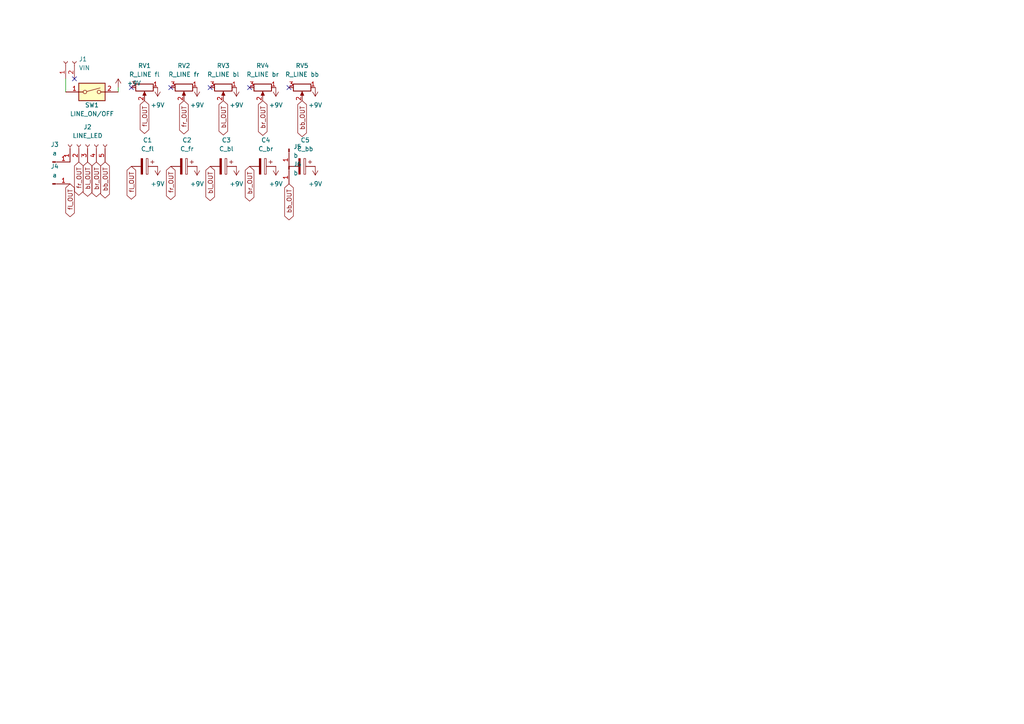
<source format=kicad_sch>
(kicad_sch (version 20211123) (generator eeschema)
  (paper "A4")
  (lib_symbols
    (symbol "Connector:Conn_01x01_Male" (pin_names (offset 1.016) hide)
      (property "Reference" "J" (at 0 2.54 0))
      (property "Value" "Conn_01x01_Male" (at 0 -2.54 0))
      (symbol "Conn_01x01_Male_1_1"
        (polyline (pts (xy 1.27 0) (xy 0.8636 0)) (stroke (width 0.1524)))
        (rectangle (start 0.8636 0.127) (end 0 -0.127) (stroke (width 0.1524)) (fill (type outline)))
        (pin passive line (at 5.08 0 180) (length 3.81) (name "Pin_1") (number "1"))
      )
    )
    (symbol "Connector:Conn_01x02_Female" (pin_names (offset 1.016) hide)
      (property "Reference" "J" (at 0 2.54 0))
      (property "Value" "Conn_01x02_Female" (at 0 -5.08 0))
      (symbol "Conn_01x02_Female_1_1"
        (arc (start 0 -2.032) (mid -0.508 -2.54) (end 0 -3.048) (stroke (width 0.1524)))
        (polyline (pts (xy -1.27 -2.54) (xy -0.508 -2.54)) (stroke (width 0.1524)))
        (polyline (pts (xy -1.27 0) (xy -0.508 0)) (stroke (width 0.1524)))
        (arc (start 0 0.508) (mid -0.508 0) (end 0 -0.508) (stroke (width 0.1524)))
        (pin passive line (at -5.08 0 0) (length 3.81) (name "Pin_1") (number "1"))
        (pin passive line (at -5.08 -2.54 0) (length 3.81) (name "Pin_2") (number "2"))
      )
    )
    (symbol "Connector:Conn_01x05_Female" (pin_names (offset 1.016) hide)
      (property "Reference" "J" (at 0 7.62 0))
      (property "Value" "Conn_01x05_Female" (at 0 -7.62 0))
      (symbol "Conn_01x05_Female_1_1"
        (arc (start 0 -4.572) (mid -0.508 -5.08) (end 0 -5.588) (stroke (width 0.1524)))
        (arc (start 0 -2.032) (mid -0.508 -2.54) (end 0 -3.048) (stroke (width 0.1524)))
        (polyline (pts (xy -1.27 -5.08) (xy -0.508 -5.08)) (stroke (width 0.1524)))
        (polyline (pts (xy -1.27 -2.54) (xy -0.508 -2.54)) (stroke (width 0.1524)))
        (polyline (pts (xy -1.27 0) (xy -0.508 0)) (stroke (width 0.1524)))
        (polyline (pts (xy -1.27 2.54) (xy -0.508 2.54)) (stroke (width 0.1524)))
        (polyline (pts (xy -1.27 5.08) (xy -0.508 5.08)) (stroke (width 0.1524)))
        (arc (start 0 0.508) (mid -0.508 0) (end 0 -0.508) (stroke (width 0.1524)))
        (arc (start 0 3.048) (mid -0.508 2.54) (end 0 2.032) (stroke (width 0.1524)))
        (arc (start 0 5.588) (mid -0.508 5.08) (end 0 4.572) (stroke (width 0.1524)))
        (pin passive line (at -5.08 5.08 0) (length 3.81) (name "Pin_1") (number "1"))
        (pin passive line (at -5.08 2.54 0) (length 3.81) (name "Pin_2") (number "2"))
        (pin passive line (at -5.08 0 0) (length 3.81) (name "Pin_3") (number "3"))
        (pin passive line (at -5.08 -2.54 0) (length 3.81) (name "Pin_4") (number "4"))
        (pin passive line (at -5.08 -5.08 0) (length 3.81) (name "Pin_5") (number "5"))
      )
    )
    (symbol "Device:C_Polarized" (pin_numbers hide) (pin_names (offset 0.254))
      (property "Reference" "C" (at 0.635 2.54 0))
      (property "Value" "C_Polarized" (at 0.635 -2.54 0))
      (symbol "C_Polarized_0_1"
        (rectangle (start -2.286 0.508) (end 2.286 1.016))
        (polyline (pts (xy -1.778 2.286) (xy -0.762 2.286)))
        (polyline (pts (xy -1.27 2.794) (xy -1.27 1.778)))
        (rectangle (start 2.286 -0.508) (end -2.286 -1.016) (fill (type outline)))
      )
      (symbol "C_Polarized_1_1"
        (pin passive line (at 0 3.81 270) (length 2.794) (name "~") (number "1"))
        (pin passive line (at 0 -3.81 90) (length 2.794) (name "~") (number "2"))
      )
    )
    (symbol "Device:R_Potentiometer" (pin_names (offset 1.016) hide)
      (property "Reference" "RV" (at -4.445 0 90))
      (property "Value" "R_Potentiometer" (at -2.54 0 90))
      (symbol "R_Potentiometer_0_1"
        (polyline (pts (xy 2.54 0) (xy 1.524 0)))
        (polyline (pts (xy 1.143 0) (xy 2.286 0.508) (xy 2.286 -0.508) (xy 1.143 0)) (fill (type outline)))
        (rectangle (start 1.016 2.54) (end -1.016 -2.54) (stroke (width 0.254)))
      )
      (symbol "R_Potentiometer_1_1"
        (pin passive line (at 0 3.81 270) (length 1.27) (name "1") (number "1"))
        (pin passive line (at 3.81 0 180) (length 1.27) (name "2") (number "2"))
        (pin passive line (at 0 -3.81 90) (length 1.27) (name "3") (number "3"))
      )
    )
    (symbol "Switch:SW_DIP_x01" (pin_names (offset 0) hide)
      (property "Reference" "SW" (at 0 3.81 0))
      (property "Value" "SW_DIP_x01" (at 0 -3.81 0))
      (symbol "SW_DIP_x01_0_0"
        (circle (center -2.032 0) (radius 0.508))
        (polyline (pts (xy -1.524 0.127) (xy 2.3622 1.1684)))
        (circle (center 2.032 0) (radius 0.508))
      )
      (symbol "SW_DIP_x01_0_1"
        (rectangle (start -3.81 2.54) (end 3.81 -2.54) (stroke (width 0.254)) (fill (type background)))
      )
      (symbol "SW_DIP_x01_1_1"
        (pin passive line (at -7.62 0 0) (length 5.08) (name "~") (number "1"))
        (pin passive line (at 7.62 0 180) (length 5.08) (name "~") (number "2"))
      )
    )
    (symbol "power:+9V" (power) (pin_names (offset 0))
      (property "Value" "+9V" (at 0 3.556 0))
      (symbol "+9V_0_1"
        (polyline (pts (xy -0.762 1.27) (xy 0 2.54)))
        (polyline (pts (xy 0 0) (xy 0 2.54)))
        (polyline (pts (xy 0 2.54) (xy 0.762 1.27)))
      )
      (symbol "+9V_1_1"
        (pin power_in line (at 0 0 90) (length 0) hide (name "+9V") (number "1"))
      )
    )
  )
  (no_connect (at 49.53 25.4))
  (no_connect (at 72.39 25.4))
  (no_connect (at 60.96 25.4))
  (no_connect (at 83.82 25.4))
  (no_connect (at 21.59 22.86))
  (no_connect (at 38.1 25.4))
  (wire (pts (xy 34.29 25.4) (xy 34.29 26.67)))
  (wire (pts (xy 19.05 22.86) (xy 19.05 26.67)))
  (global_label "br_OUT" (shape bidirectional) (at 76.2 29.21 270) (property "Intersheet References" "${INTERSHEET_REFS}" (effects hide)))
  (global_label "fr_OUT" (shape bidirectional) (at 22.86 46.99 270) (property "Intersheet References" "${INTERSHEET_REFS}" (effects hide)))
  (global_label "bl_OUT" (shape bidirectional) (at 64.77 29.21 270) (property "Intersheet References" "${INTERSHEET_REFS}" (effects hide)))
  (global_label "br_OUT" (shape bidirectional) (at 72.39 48.26 270) (property "Intersheet References" "${INTERSHEET_REFS}" (effects hide)))
  (global_label "fl_OUT" (shape bidirectional) (at 41.91 29.21 270) (property "Intersheet References" "${INTERSHEET_REFS}" (effects hide)))
  (global_label "br_OUT" (shape bidirectional) (at 27.94 46.99 270) (property "Intersheet References" "${INTERSHEET_REFS}" (effects hide)))
  (global_label "fl_OUT" (shape bidirectional) (at 38.1 48.26 270) (property "Intersheet References" "${INTERSHEET_REFS}" (effects hide)))
  (global_label "bl_OUT" (shape bidirectional) (at 25.4 46.99 270) (property "Intersheet References" "${INTERSHEET_REFS}" (effects hide)))
  (global_label "bb_OUT" (shape bidirectional) (at 83.82 53.34 270) (property "Intersheet References" "${INTERSHEET_REFS}" (effects hide)))
  (global_label "fl_OUT" (shape bidirectional) (at 20.32 53.34 270) (property "Intersheet References" "${INTERSHEET_REFS}" (effects hide)))
  (global_label "fr_OUT" (shape bidirectional) (at 53.34 29.21 270) (property "Intersheet References" "${INTERSHEET_REFS}" (effects hide)))
  (global_label "bb_OUT" (shape bidirectional) (at 30.48 46.99 270) (property "Intersheet References" "${INTERSHEET_REFS}" (effects hide)))
  (global_label "bl_OUT" (shape bidirectional) (at 60.96 48.26 270) (property "Intersheet References" "${INTERSHEET_REFS}" (effects hide)))
  (global_label "fr_OUT" (shape bidirectional) (at 49.53 48.26 270) (property "Intersheet References" "${INTERSHEET_REFS}" (effects hide)))
  (global_label "bb_OUT" (shape bidirectional) (at 87.63 29.21 270) (property "Intersheet References" "${INTERSHEET_REFS}" (effects hide)))
  (symbol (lib_id "power:+9V") (at 57.15 25.4 180) (unit 1)
    (property "Reference" "#PWR0105" (effects hide))
    (property "Value" "+9V" (at 57.15 30.48 0))
  )
  (symbol (lib_id "power:+9V") (at 80.01 48.26 180) (unit 1)
    (property "Reference" "#PWR0107" (effects hide))
    (property "Value" "+9V" (at 80.01 53.34 0))
  )
  (symbol (lib_id "Device:R_Potentiometer") (at 41.91 25.4 270) (unit 1)
    (property "Reference" "RV1" (at 41.91 19.05 90))
    (property "Value" "R_LINE fl" (at 41.91 21.59 90))
    (property "Footprint" "R_Potentiometer:Potentiometer" (effects hide))
  )
  (symbol (lib_id "power:+9V") (at 80.01 25.4 180) (unit 1)
    (property "Reference" "#PWR0101" (effects hide))
    (property "Value" "+9V" (at 80.01 30.48 0))
  )
  (symbol (lib_id "Connector:Conn_01x02_Female") (at 19.05 17.78 90) (unit 1)
    (property "Reference" "J1" (at 22.86 17.1449 90) (effects (justify right)))
    (property "Value" "VIN" (at 22.86 19.6849 90) (effects (justify right)))
    (property "Footprint" "Connector_PinSocket_2.54mm:PinSocket_1x02_P2.54mm_Vertical" (effects hide))
  )
  (symbol (lib_id "Connector:Conn_01x01_Male") (at 15.24 46.99 0) (unit 1)
    (property "Reference" "J3" (at 15.875 41.91 0))
    (property "Value" "a" (at 15.875 44.45 0))
    (property "Footprint" "Connector_PinSocket_2.54mm:PinSocket_1x01_P2.54mm_Vertical" (effects hide))
  )
  (symbol (lib_id "Connector:Conn_01x01_Male") (at 83.82 43.18 270) (unit 1)
    (property "Reference" "J5" (at 85.09 42.5449 90) (effects (justify left)))
    (property "Value" "b" (at 85.09 45.0849 90) (effects (justify left)))
    (property "Footprint" "Connector_PinSocket_2.54mm:PinSocket_1x01_P2.54mm_Vertical" (effects hide))
  )
  (symbol (lib_id "Device:C_Polarized") (at 64.77 48.26 270) (unit 1)
    (property "Reference" "C3" (at 65.659 40.64 90))
    (property "Value" "C_bl" (at 65.659 43.18 90))
    (property "Footprint" "Connector_PinSocket_2.54mm:PinSocket_1x02_P2.54mm_Vertical" (effects hide))
  )
  (symbol (lib_id "Connector:Conn_01x01_Male") (at 83.82 48.26 270) (unit 1)
    (property "Reference" "J6" (at 85.09 47.6249 90) (effects (justify left)))
    (property "Value" "b" (at 85.09 50.1649 90) (effects (justify left)))
    (property "Footprint" "Connector_PinSocket_2.54mm:PinSocket_1x01_P2.54mm_Vertical" (effects hide))
  )
  (symbol (lib_id "Device:C_Polarized") (at 87.63 48.26 270) (unit 1)
    (property "Reference" "C5" (at 88.519 40.64 90))
    (property "Value" "C_bb" (at 88.519 43.18 90))
    (property "Footprint" "Connector_PinSocket_2.54mm:PinSocket_1x02_P2.54mm_Vertical" (effects hide))
  )
  (symbol (lib_id "Device:C_Polarized") (at 53.34 48.26 270) (unit 1)
    (property "Reference" "C2" (at 54.229 40.64 90))
    (property "Value" "C_fr" (at 54.229 43.18 90))
    (property "Footprint" "Connector_PinSocket_2.54mm:PinSocket_1x02_P2.54mm_Vertical" (effects hide))
  )
  (symbol (lib_id "power:+9V") (at 57.15 48.26 180) (unit 1)
    (property "Reference" "#PWR0103" (effects hide))
    (property "Value" "+9V" (at 57.15 53.34 0))
  )
  (symbol (lib_id "Device:R_Potentiometer") (at 76.2 25.4 270) (unit 1)
    (property "Reference" "RV4" (at 76.2 19.05 90))
    (property "Value" "R_LINE br" (at 76.2 21.59 90))
    (property "Footprint" "R_Potentiometer:Potentiometer" (effects hide))
  )
  (symbol (lib_id "Connector:Conn_01x01_Male") (at 15.24 53.34 0) (unit 1)
    (property "Reference" "J4" (at 15.875 48.26 0))
    (property "Value" "a" (at 15.875 50.8 0))
    (property "Footprint" "Connector_PinSocket_2.54mm:PinSocket_1x01_P2.54mm_Vertical" (effects hide))
  )
  (symbol (lib_id "Device:R_Potentiometer") (at 53.34 25.4 270) (unit 1)
    (property "Reference" "RV2" (at 53.34 19.05 90))
    (property "Value" "R_LINE fr" (at 53.34 21.59 90))
    (property "Footprint" "R_Potentiometer:Potentiometer" (effects hide))
  )
  (symbol (lib_id "Device:C_Polarized") (at 76.2 48.26 270) (unit 1)
    (property "Reference" "C4" (at 77.089 40.64 90))
    (property "Value" "C_br" (at 77.089 43.18 90))
    (property "Footprint" "Connector_PinSocket_2.54mm:PinSocket_1x02_P2.54mm_Vertical" (effects hide))
  )
  (symbol (lib_id "Device:R_Potentiometer") (at 87.63 25.4 270) (unit 1)
    (property "Reference" "RV5" (at 87.63 19.05 90))
    (property "Value" "R_LINE bb" (at 87.63 21.59 90))
    (property "Footprint" "R_Potentiometer:Potentiometer" (effects hide))
  )
  (symbol (lib_id "Device:R_Potentiometer") (at 64.77 25.4 270) (unit 1)
    (property "Reference" "RV3" (at 64.77 19.05 90))
    (property "Value" "R_LINE bl" (at 64.77 21.59 90))
    (property "Footprint" "R_Potentiometer:Potentiometer" (effects hide))
  )
  (symbol (lib_id "power:+9V") (at 45.72 48.26 180) (unit 1)
    (property "Reference" "#PWR0110" (effects hide))
    (property "Value" "+9V" (at 45.72 53.34 0))
  )
  (symbol (lib_id "power:+9V") (at 45.72 25.4 180) (unit 1)
    (property "Reference" "#PWR0109" (effects hide))
    (property "Value" "+9V" (at 45.72 30.48 0))
  )
  (symbol (lib_id "Switch:SW_DIP_x01") (at 26.67 26.67 0) (unit 1)
    (property "Reference" "SW1" (at 26.67 30.48 0))
    (property "Value" "LINE_ON/OFF" (at 26.67 33.02 0))
    (property "Footprint" "Connector_PinSocket_2.54mm:PinSocket_1x03_P2.54mm_Vertical" (effects hide))
  )
  (symbol (lib_id "power:+9V") (at 34.29 25.4 0) (unit 1)
    (property "Reference" "#PWR0111" (effects hide))
    (property "Value" "+9V" (at 36.83 24.1299 0) (effects (justify left)))
  )
  (symbol (lib_id "power:+9V") (at 68.58 48.26 180) (unit 1)
    (property "Reference" "#PWR0104" (effects hide))
    (property "Value" "+9V" (at 68.58 53.34 0))
  )
  (symbol (lib_id "power:+9V") (at 68.58 25.4 180) (unit 1)
    (property "Reference" "#PWR0106" (effects hide))
    (property "Value" "+9V" (at 68.58 30.48 0))
  )
  (symbol (lib_id "Connector:Conn_01x05_Female") (at 25.4 41.91 90) (unit 1)
    (property "Reference" "J2" (at 25.4 36.83 90))
    (property "Value" "LINE_LED" (at 25.4 39.37 90))
    (property "Footprint" "Connector_PinSocket_2.54mm:PinSocket_1x05_P2.54mm_Vertical" (effects hide))
  )
  (symbol (lib_id "power:+9V") (at 91.44 48.26 180) (unit 1)
    (property "Reference" "#PWR0108" (effects hide))
    (property "Value" "+9V" (at 91.44 53.34 0))
  )
  (symbol (lib_id "Device:C_Polarized") (at 41.91 48.26 270) (unit 1)
    (property "Reference" "C1" (at 42.799 40.64 90))
    (property "Value" "C_fl" (at 42.799 43.18 90))
    (property "Footprint" "Connector_PinSocket_2.54mm:PinSocket_1x02_P2.54mm_Vertical" (effects hide))
  )
  (symbol (lib_id "power:+9V") (at 91.44 25.4 180) (unit 1)
    (property "Reference" "#PWR0102" (effects hide))
    (property "Value" "+9V" (at 91.44 30.48 0))
  )
)
</source>
